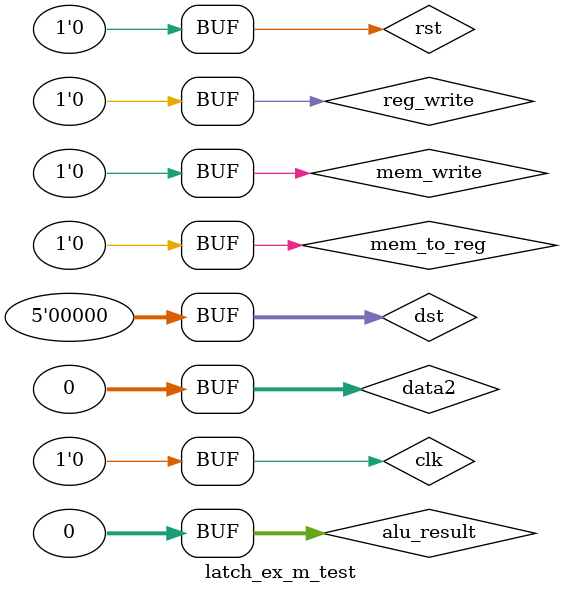
<source format=v>
`timescale 1ns / 1ps


module latch_ex_m_test;

	// Inputs
	reg mem_to_reg;
	reg reg_write;
	reg mem_write;
	reg [31:0] alu_result;
	reg [31:0] data2;
	reg [4:0] dst;
	reg clk;
	reg rst;

	// Outputs
	wire mem_to_reg_reg;
	wire reg_write_reg;
	wire mem_write_reg;
	wire [31:0] alu_result_reg;
	wire [31:0] data2_reg;
	wire [4:0] dst_reg;

	// Instantiate the Unit Under Test (UUT)
	latch_ex_m uut (
		.mem_to_reg(mem_to_reg), 
		.reg_write(reg_write), 
		.mem_write(mem_write), 
		.alu_result(alu_result), 
		.data2(data2), 
		.dst(dst), 
		.clk(clk), 
		.rst(rst), 
		.mem_to_reg_reg(mem_to_reg_reg), 
		.reg_write_reg(reg_write_reg), 
		.mem_write_reg(mem_write_reg), 
		.alu_result_reg(alu_result_reg), 
		.data2_reg(data2_reg), 
		.dst_reg(dst_reg)
	);

	initial begin
		// Initialize Inputs
		mem_to_reg = 0;
		reg_write = 0;
		mem_write = 0;
		alu_result = 0;
		data2 = 0;
		dst = 0;
		clk = 0;
		rst = 1;

		// Wait 100 ns for global reset to finish
		#100;
		mem_to_reg = 1;
		reg_write = 1;
		mem_write = 1;
		alu_result = 1;
		data2 = 1;
		dst = 1;
		clk = 1;
		rst = 0;

		#100;
		clk = 0;
		#100;
		mem_to_reg = 0;
		reg_write = 0;
		mem_write = 0;
		alu_result = 0;
		data2 = 0;
		dst = 0;
		clk = 1;
		rst = 0;
		#100;
		clk = 0;
		
		// Add stimulus here

	end
      
endmodule


</source>
